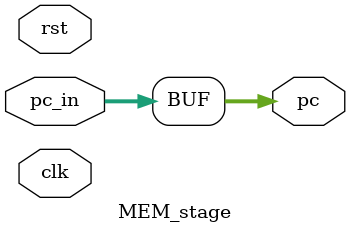
<source format=v>
module MEM_stage(
    input clk, rst,
    input[31:0] pc_in,
    output[31:0] pc
);

assign pc = pc_in;

endmodule
</source>
